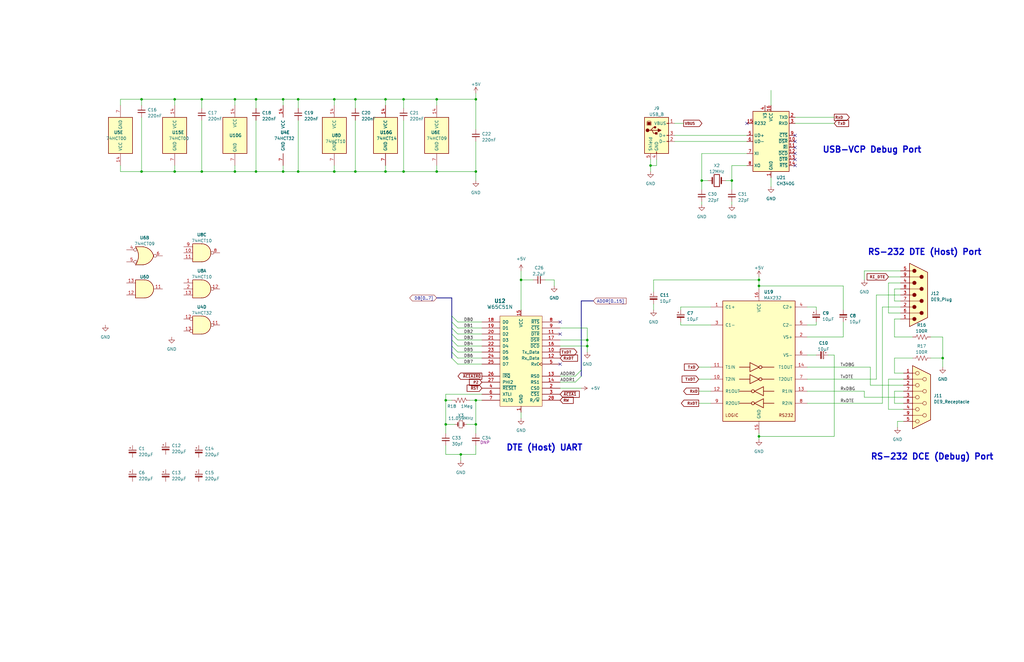
<source format=kicad_sch>
(kicad_sch (version 20230121) (generator eeschema)
  (paper "B")
  (title_block (title "XYM Microcomputer Remake") (date "2023-04-26") (rev "A") (company "JordanDSP LLC") (comment 1 "Original Design by Brian Webster, John Beckett et. Al.") (comment 2 "Schematic Reproduction by Benjamin W. D. Jordan"))
  (lib_symbols
    (symbol "65xx:W65C51N" (pin_names (offset 1.016))
      (property "Reference" "U12" (at -8.89 19.05 0))
      (property "Value" "W65C51N" (at -8.89 16.51 0))
      (symbol "W65C51N_1_1"
        (pin input line (at 0 -27.94 90) (length 2.54) (name "GND") (number "1"))
        (pin output line (at 16.51 -2.54 180) (length 7.62) (name "Tx_Data") (number "10"))
        (pin output line (at 16.51 5.08 180) (length 7.62) (name "~{DTR}") (number "11"))
        (pin input line (at 16.51 -5.08 180) (length 7.62) (name "Rx_Data") (number "12"))
        (pin input line (at 16.51 -12.7 180) (length 7.62) (name "RS0") (number "13"))
        (pin input line (at 16.51 -15.24 180) (length 7.62) (name "RS1") (number "14"))
        (pin power_in line (at 0 15.24 270) (length 2.54) (name "VCC") (number "15"))
        (pin input line (at 16.51 0 180) (length 7.62) (name "~{DCD}") (number "16"))
        (pin input line (at 16.51 2.54 180) (length 7.62) (name "~{DSR}") (number "17"))
        (pin bidirectional line (at -16.51 10.16 0) (length 7.62) (name "D0") (number "18"))
        (pin bidirectional line (at -16.51 7.62 0) (length 7.62) (name "D1") (number "19"))
        (pin input line (at 16.51 -17.78 180) (length 7.62) (name "CS0") (number "2"))
        (pin bidirectional line (at -16.51 5.08 0) (length 7.62) (name "D2") (number "20"))
        (pin bidirectional line (at -16.51 2.54 0) (length 7.62) (name "D3") (number "21"))
        (pin bidirectional line (at -16.51 0 0) (length 7.62) (name "D4") (number "22"))
        (pin bidirectional line (at -16.51 -2.54 0) (length 7.62) (name "D5") (number "23"))
        (pin bidirectional line (at -16.51 -5.08 0) (length 7.62) (name "D6") (number "24"))
        (pin bidirectional line (at -16.51 -7.62 0) (length 7.62) (name "D7") (number "25"))
        (pin output line (at -16.51 -12.7 0) (length 7.62) (name "~{IRQ}") (number "26"))
        (pin input line (at -16.51 -15.24 0) (length 7.62) (name "PHI2") (number "27"))
        (pin input line (at 16.51 -22.86 180) (length 7.62) (name "R/~{W}") (number "28"))
        (pin input line (at 16.51 -20.32 180) (length 7.62) (name "~{CS1}") (number "3"))
        (pin input line (at -16.51 -17.78 0) (length 7.62) (name "~{RESET}") (number "4"))
        (pin bidirectional clock (at 16.51 -7.62 180) (length 7.62) (name "RxC") (number "5"))
        (pin input line (at -16.51 -20.32 0) (length 7.62) (name "XTLI") (number "6"))
        (pin input line (at -16.51 -22.86 0) (length 7.62) (name "XLT0") (number "7"))
        (pin output line (at 16.51 10.16 180) (length 7.62) (name "~{RTS}") (number "8"))
        (pin input line (at 16.51 7.62 180) (length 7.62) (name "~{CTS}") (number "9"))
      )
    )
    (symbol "74xx:74AHCT04"
      (property "Reference" "U" (at 0 1.27 0))
      (property "Value" "74AHCT04" (at 0 -1.27 0))
      (symbol "74AHCT04_1_0"
        (pin input line (at -7.62 0 0) (length 3.81) (name "~") (number "1"))
        (pin output inverted (at 7.62 0 180) (length 3.81) (name "~") (number "2"))
      )
      (symbol "74AHCT04_2_0"
        (pin input line (at -7.62 0 0) (length 3.81) (name "~") (number "3"))
        (pin output inverted (at 7.62 0 180) (length 3.81) (name "~") (number "4"))
      )
      (symbol "74AHCT04_3_0"
        (pin input line (at -7.62 0 0) (length 3.81) (name "~") (number "5"))
        (pin output inverted (at 7.62 0 180) (length 3.81) (name "~") (number "6"))
      )
      (symbol "74AHCT04_4_0"
        (pin output inverted (at 7.62 0 180) (length 3.81) (name "~") (number "8"))
        (pin input line (at -7.62 0 0) (length 3.81) (name "~") (number "9"))
      )
      (symbol "74AHCT04_5_0"
        (pin output inverted (at 7.62 0 180) (length 3.81) (name "~") (number "10"))
        (pin input line (at -7.62 0 0) (length 3.81) (name "~") (number "11"))
      )
      (symbol "74AHCT04_6_0"
        (pin output inverted (at 7.62 0 180) (length 3.81) (name "~") (number "12"))
        (pin input line (at -7.62 0 0) (length 3.81) (name "~") (number "13"))
      )
      (symbol "74AHCT04_7_0"
        (pin power_in line (at 0 12.7 270) (length 5.08) (name "VCC") (number "14"))
        (pin power_in line (at 0 -12.7 90) (length 5.08) (name "GND") (number "7"))
      )
    )
    (symbol "74xx:74HCT00" (pin_names (offset 1.016))
      (property "Reference" "U" (at 0 1.27 0))
      (property "Value" "74HCT00" (at 0 -1.27 0))
      (symbol "74HCT00_1_1"
        (pin input line (at -7.62 2.54 0) (length 3.81) (name "~") (number "1"))
        (pin input line (at -7.62 -2.54 0) (length 3.81) (name "~") (number "2"))
        (pin output inverted (at 7.62 0 180) (length 3.81) (name "~") (number "3"))
      )
      (symbol "74HCT00_1_2"
        (pin input inverted (at -7.62 2.54 0) (length 4.318) (name "~") (number "1"))
        (pin input inverted (at -7.62 -2.54 0) (length 4.318) (name "~") (number "2"))
        (pin output line (at 7.62 0 180) (length 3.81) (name "~") (number "3"))
      )
      (symbol "74HCT00_2_1"
        (pin input line (at -7.62 2.54 0) (length 3.81) (name "~") (number "4"))
        (pin input line (at -7.62 -2.54 0) (length 3.81) (name "~") (number "5"))
        (pin output inverted (at 7.62 0 180) (length 3.81) (name "~") (number "6"))
      )
      (symbol "74HCT00_2_2"
        (pin input inverted (at -7.62 2.54 0) (length 4.318) (name "~") (number "4"))
        (pin input inverted (at -7.62 -2.54 0) (length 4.318) (name "~") (number "5"))
        (pin output line (at 7.62 0 180) (length 3.81) (name "~") (number "6"))
      )
      (symbol "74HCT00_3_1"
        (pin input line (at -7.62 -2.54 0) (length 3.81) (name "~") (number "10"))
        (pin output inverted (at 7.62 0 180) (length 3.81) (name "~") (number "8"))
        (pin input line (at -7.62 2.54 0) (length 3.81) (name "~") (number "9"))
      )
      (symbol "74HCT00_3_2"
        (pin input inverted (at -7.62 -2.54 0) (length 4.318) (name "~") (number "10"))
        (pin output line (at 7.62 0 180) (length 3.81) (name "~") (number "8"))
        (pin input inverted (at -7.62 2.54 0) (length 4.318) (name "~") (number "9"))
      )
      (symbol "74HCT00_4_1"
        (pin output inverted (at 7.62 0 180) (length 3.81) (name "~") (number "11"))
        (pin input line (at -7.62 2.54 0) (length 3.81) (name "~") (number "12"))
        (pin input line (at -7.62 -2.54 0) (length 3.81) (name "~") (number "13"))
      )
      (symbol "74HCT00_4_2"
        (pin output line (at 7.62 0 180) (length 3.81) (name "~") (number "11"))
        (pin input inverted (at -7.62 2.54 0) (length 4.318) (name "~") (number "12"))
        (pin input inverted (at -7.62 -2.54 0) (length 4.318) (name "~") (number "13"))
      )
      (symbol "74HCT00_5_0"
        (pin power_in line (at 0 12.7 270) (length 5.08) (name "VCC") (number "14"))
        (pin power_in line (at 0 -12.7 90) (length 5.08) (name "GND") (number "7"))
      )
    )
    (symbol "74xx:74LS09" (pin_names (offset 1.016))
      (property "Reference" "U" (at 0 1.27 0))
      (property "Value" "74LS09" (at 0 -1.27 0))
      (symbol "74LS09_1_1"
        (pin input line (at -7.62 2.54 0) (length 3.81) (name "~") (number "1"))
        (pin input line (at -7.62 -2.54 0) (length 3.81) (name "~") (number "2"))
        (pin open_collector line (at 7.62 0 180) (length 3.81) (name "~") (number "3"))
      )
      (symbol "74LS09_1_2"
        (pin input inverted (at -7.62 2.54 0) (length 4.318) (name "~") (number "1"))
        (pin input inverted (at -7.62 -2.54 0) (length 4.318) (name "~") (number "2"))
        (pin output inverted (at 7.62 0 180) (length 3.81) (name "~") (number "3"))
      )
      (symbol "74LS09_2_1"
        (pin input line (at -7.62 2.54 0) (length 3.81) (name "~") (number "4"))
        (pin input line (at -7.62 -2.54 0) (length 3.81) (name "~") (number "5"))
        (pin open_collector line (at 7.62 0 180) (length 3.81) (name "~") (number "6"))
      )
      (symbol "74LS09_2_2"
        (pin input inverted (at -7.62 2.54 0) (length 4.318) (name "~") (number "4"))
        (pin input inverted (at -7.62 -2.54 0) (length 4.318) (name "~") (number "5"))
        (pin output inverted (at 7.62 0 180) (length 3.81) (name "~") (number "6"))
      )
      (symbol "74LS09_3_1"
        (pin input line (at -7.62 -2.54 0) (length 3.81) (name "~") (number "10"))
        (pin open_collector line (at 7.62 0 180) (length 3.81) (name "~") (number "8"))
        (pin input line (at -7.62 2.54 0) (length 3.81) (name "~") (number "9"))
      )
      (symbol "74LS09_3_2"
        (pin input inverted (at -7.62 -2.54 0) (length 4.318) (name "~") (number "10"))
        (pin output inverted (at 7.62 0 180) (length 3.81) (name "~") (number "8"))
        (pin input inverted (at -7.62 2.54 0) (length 4.318) (name "~") (number "9"))
      )
      (symbol "74LS09_4_1"
        (pin open_collector line (at 7.62 0 180) (length 3.81) (name "~") (number "11"))
        (pin input line (at -7.62 2.54 0) (length 3.81) (name "~") (number "12"))
        (pin input line (at -7.62 -2.54 0) (length 3.81) (name "~") (number "13"))
      )
      (symbol "74LS09_4_2"
        (pin output inverted (at 7.62 0 180) (length 3.81) (name "~") (number "11"))
        (pin input inverted (at -7.62 2.54 0) (length 4.318) (name "~") (number "12"))
        (pin input inverted (at -7.62 -2.54 0) (length 4.318) (name "~") (number "13"))
      )
      (symbol "74LS09_5_0"
        (pin power_in line (at 0 12.7 270) (length 5.08) (name "VCC") (number "14"))
        (pin power_in line (at 0 -12.7 90) (length 5.08) (name "GND") (number "7"))
      )
    )
    (symbol "74xx:74LS10" (pin_names (offset 1.016))
      (property "Reference" "U" (at 0 1.27 0))
      (property "Value" "74LS10" (at 0 -1.27 0))
      (symbol "74LS10_1_1"
        (pin input line (at -7.62 2.54 0) (length 3.81) (name "~") (number "1"))
        (pin output inverted (at 7.62 0 180) (length 3.81) (name "~") (number "12"))
        (pin input line (at -7.62 -2.54 0) (length 3.81) (name "~") (number "13"))
        (pin input line (at -7.62 0 0) (length 3.81) (name "~") (number "2"))
      )
      (symbol "74LS10_1_2"
        (pin input inverted (at -7.62 2.54 0) (length 4.318) (name "~") (number "1"))
        (pin output line (at 7.62 0 180) (length 3.81) (name "~") (number "12"))
        (pin input inverted (at -7.62 -2.54 0) (length 4.318) (name "~") (number "13"))
        (pin input inverted (at -7.62 0 0) (length 4.953) (name "~") (number "2"))
      )
      (symbol "74LS10_2_1"
        (pin input line (at -7.62 2.54 0) (length 3.81) (name "~") (number "3"))
        (pin input line (at -7.62 0 0) (length 3.81) (name "~") (number "4"))
        (pin input line (at -7.62 -2.54 0) (length 3.81) (name "~") (number "5"))
        (pin output inverted (at 7.62 0 180) (length 3.81) (name "~") (number "6"))
      )
      (symbol "74LS10_2_2"
        (pin input inverted (at -7.62 2.54 0) (length 4.318) (name "~") (number "3"))
        (pin input inverted (at -7.62 0 0) (length 4.953) (name "~") (number "4"))
        (pin input inverted (at -7.62 -2.54 0) (length 4.318) (name "~") (number "5"))
        (pin output line (at 7.62 0 180) (length 3.81) (name "~") (number "6"))
      )
      (symbol "74LS10_3_1"
        (pin input line (at -7.62 0 0) (length 3.81) (name "~") (number "10"))
        (pin input line (at -7.62 -2.54 0) (length 3.81) (name "~") (number "11"))
        (pin output inverted (at 7.62 0 180) (length 3.81) (name "~") (number "8"))
        (pin input line (at -7.62 2.54 0) (length 3.81) (name "~") (number "9"))
      )
      (symbol "74LS10_3_2"
        (pin input inverted (at -7.62 0 0) (length 4.953) (name "~") (number "10"))
        (pin input inverted (at -7.62 -2.54 0) (length 4.318) (name "~") (number "11"))
        (pin output line (at 7.62 0 180) (length 3.81) (name "~") (number "8"))
        (pin input inverted (at -7.62 2.54 0) (length 4.318) (name "~") (number "9"))
      )
      (symbol "74LS10_4_0"
        (pin power_in line (at 0 12.7 270) (length 5.08) (name "VCC") (number "14"))
        (pin power_in line (at 0 -12.7 90) (length 5.08) (name "GND") (number "7"))
      )
    )
    (symbol "74xx:74LS14" (pin_names (offset 1.016))
      (property "Reference" "U" (at 0 1.27 0))
      (property "Value" "74LS14" (at 0 -1.27 0))
      (symbol "74LS14_1_0"
        (pin input line (at -7.62 0 0) (length 3.81) (name "~") (number "1"))
        (pin output inverted (at 7.62 0 180) (length 3.81) (name "~") (number "2"))
      )
      (symbol "74LS14_2_0"
        (pin input line (at -7.62 0 0) (length 3.81) (name "~") (number "3"))
        (pin output inverted (at 7.62 0 180) (length 3.81) (name "~") (number "4"))
      )
      (symbol "74LS14_3_0"
        (pin input line (at -7.62 0 0) (length 3.81) (name "~") (number "5"))
        (pin output inverted (at 7.62 0 180) (length 3.81) (name "~") (number "6"))
      )
      (symbol "74LS14_4_0"
        (pin output inverted (at 7.62 0 180) (length 3.81) (name "~") (number "8"))
        (pin input line (at -7.62 0 0) (length 3.81) (name "~") (number "9"))
      )
      (symbol "74LS14_5_0"
        (pin output inverted (at 7.62 0 180) (length 3.81) (name "~") (number "10"))
        (pin input line (at -7.62 0 0) (length 3.81) (name "~") (number "11"))
      )
      (symbol "74LS14_6_0"
        (pin output inverted (at 7.62 0 180) (length 3.81) (name "~") (number "12"))
        (pin input line (at -7.62 0 0) (length 3.81) (name "~") (number "13"))
      )
      (symbol "74LS14_7_0"
        (pin power_in line (at 0 12.7 270) (length 5.08) (name "VCC") (number "14"))
        (pin power_in line (at 0 -12.7 90) (length 5.08) (name "GND") (number "7"))
      )
    )
    (symbol "74xx:74LS32" (pin_names (offset 1.016))
      (property "Reference" "U" (at 0 1.27 0))
      (property "Value" "74LS32" (at 0 -1.27 0))
      (symbol "74LS32_1_1"
        (pin input line (at -7.62 2.54 0) (length 4.318) (name "~") (number "1"))
        (pin input line (at -7.62 -2.54 0) (length 4.318) (name "~") (number "2"))
        (pin output line (at 7.62 0 180) (length 3.81) (name "~") (number "3"))
      )
      (symbol "74LS32_1_2"
        (pin input inverted (at -7.62 2.54 0) (length 3.81) (name "~") (number "1"))
        (pin input inverted (at -7.62 -2.54 0) (length 3.81) (name "~") (number "2"))
        (pin output inverted (at 7.62 0 180) (length 3.81) (name "~") (number "3"))
      )
      (symbol "74LS32_2_1"
        (pin input line (at -7.62 2.54 0) (length 4.318) (name "~") (number "4"))
        (pin input line (at -7.62 -2.54 0) (length 4.318) (name "~") (number "5"))
        (pin output line (at 7.62 0 180) (length 3.81) (name "~") (number "6"))
      )
      (symbol "74LS32_2_2"
        (pin input inverted (at -7.62 2.54 0) (length 3.81) (name "~") (number "4"))
        (pin input inverted (at -7.62 -2.54 0) (length 3.81) (name "~") (number "5"))
        (pin output inverted (at 7.62 0 180) (length 3.81) (name "~") (number "6"))
      )
      (symbol "74LS32_3_1"
        (pin input line (at -7.62 -2.54 0) (length 4.318) (name "~") (number "10"))
        (pin output line (at 7.62 0 180) (length 3.81) (name "~") (number "8"))
        (pin input line (at -7.62 2.54 0) (length 4.318) (name "~") (number "9"))
      )
      (symbol "74LS32_3_2"
        (pin input inverted (at -7.62 -2.54 0) (length 3.81) (name "~") (number "10"))
        (pin output inverted (at 7.62 0 180) (length 3.81) (name "~") (number "8"))
        (pin input inverted (at -7.62 2.54 0) (length 3.81) (name "~") (number "9"))
      )
      (symbol "74LS32_4_1"
        (pin output line (at 7.62 0 180) (length 3.81) (name "~") (number "11"))
        (pin input line (at -7.62 2.54 0) (length 4.318) (name "~") (number "12"))
        (pin input line (at -7.62 -2.54 0) (length 4.318) (name "~") (number "13"))
      )
      (symbol "74LS32_4_2"
        (pin output inverted (at 7.62 0 180) (length 3.81) (name "~") (number "11"))
        (pin input inverted (at -7.62 2.54 0) (length 3.81) (name "~") (number "12"))
        (pin input inverted (at -7.62 -2.54 0) (length 3.81) (name "~") (number "13"))
      )
      (symbol "74LS32_5_0"
        (pin power_in line (at 0 12.7 270) (length 5.08) (name "VCC") (number "14"))
        (pin power_in line (at 0 -12.7 90) (length 5.08) (name "GND") (number "7"))
      )
    )
    (symbol "Connector:DE9_Plug" (pin_names (offset 1.016) hide)
      (property "Reference" "J" (at 0 13.97 0))
      (property "Value" "DE9_Plug" (at 0 -14.605 0))
      (symbol "DE9_Plug_1_1"
        (pin passive line (at -7.62 -10.16 0) (length 3.81) (name "1") (number "1"))
        (pin passive line (at -7.62 -5.08 0) (length 3.81) (name "2") (number "2"))
        (pin passive line (at -7.62 0 0) (length 3.81) (name "3") (number "3"))
        (pin passive line (at -7.62 5.08 0) (length 3.81) (name "4") (number "4"))
        (pin passive line (at -7.62 10.16 0) (length 3.81) (name "5") (number "5"))
        (pin passive line (at -7.62 -7.62 0) (length 3.81) (name "6") (number "6"))
        (pin passive line (at -7.62 -2.54 0) (length 3.81) (name "7") (number "7"))
        (pin passive line (at -7.62 2.54 0) (length 3.81) (name "8") (number "8"))
        (pin passive line (at -7.62 7.62 0) (length 3.81) (name "9") (number "9"))
      )
    )
    (symbol "Connector:DE9_Receptacle" (pin_names (offset 1.016) hide)
      (property "Reference" "J" (at 0 13.97 0))
      (property "Value" "DE9_Receptacle" (at 0 -14.605 0))
      (symbol "DE9_Receptacle_1_1"
        (pin passive line (at -7.62 10.16 0) (length 3.81) (name "1") (number "1"))
        (pin passive line (at -7.62 5.08 0) (length 3.81) (name "2") (number "2"))
        (pin passive line (at -7.62 0 0) (length 3.81) (name "3") (number "3"))
        (pin passive line (at -7.62 -5.08 0) (length 3.81) (name "4") (number "4"))
        (pin passive line (at -7.62 -10.16 0) (length 3.81) (name "5") (number "5"))
        (pin passive line (at -7.62 7.62 0) (length 3.81) (name "6") (number "6"))
        (pin passive line (at -7.62 2.54 0) (length 3.81) (name "7") (number "7"))
        (pin passive line (at -7.62 -2.54 0) (length 3.81) (name "8") (number "8"))
        (pin passive line (at -7.62 -7.62 0) (length 3.81) (name "9") (number "9"))
      )
    )
    (symbol "Connector:USB_B" (pin_names (offset 1.016))
      (property "Reference" "J" (at -5.08 11.43 0))
      (property "Value" "USB_B" (at -5.08 8.89 0))
      (symbol "USB_B_1_1"
        (pin power_out line (at 7.62 5.08 180) (length 2.54) (name "VBUS") (number "1"))
        (pin bidirectional line (at 7.62 -2.54 180) (length 2.54) (name "D-") (number "2"))
        (pin bidirectional line (at 7.62 0 180) (length 2.54) (name "D+") (number "3"))
        (pin power_out line (at 0 -10.16 90) (length 2.54) (name "GND") (number "4"))
        (pin passive line (at -2.54 -10.16 90) (length 2.54) (name "Shield") (number "5"))
      )
    )
    (symbol "Device:C_Polarized_Small" (pin_numbers hide) (pin_names (offset 0.254) hide)
      (property "Reference" "C" (at 0.254 1.778 0))
      (property "Value" "C_Polarized_Small" (at 0.254 -2.032 0))
      (symbol "C_Polarized_Small_1_1"
        (pin passive line (at 0 2.54 270) (length 1.8542) (name "~") (number "1"))
        (pin passive line (at 0 -2.54 90) (length 1.8542) (name "~") (number "2"))
      )
    )
    (symbol "Device:C_Small" (pin_numbers hide) (pin_names (offset 0.254) hide)
      (property "Reference" "C" (at 0.254 1.778 0))
      (property "Value" "C_Small" (at 0.254 -2.032 0))
      (symbol "C_Small_1_1"
        (pin passive line (at 0 2.54 270) (length 2.032) (name "~") (number "1"))
        (pin passive line (at 0 -2.54 90) (length 2.032) (name "~") (number "2"))
      )
    )
    (symbol "Device:Crystal" (pin_numbers hide) (pin_names (offset 1.016) hide)
      (property "Reference" "Y" (at 0 3.81 0))
      (property "Value" "Crystal" (at 0 -3.81 0))
      (symbol "Crystal_1_1"
        (pin passive line (at -3.81 0 0) (length 1.27) (name "1") (number "1"))
        (pin passive line (at 3.81 0 180) (length 1.27) (name "2") (number "2"))
      )
    )
    (symbol "Device:Crystal_Small" (pin_numbers hide) (pin_names (offset 1.016) hide)
      (property "Reference" "Y" (at 0 2.54 0))
      (property "Value" "Crystal_Small" (at 0 -2.54 0))
      (symbol "Crystal_Small_1_1"
        (pin passive line (at -2.54 0 0) (length 1.27) (name "1") (number "1"))
        (pin passive line (at 2.54 0 180) (length 1.27) (name "2") (number "2"))
      )
    )
    (symbol "Device:R_US" (pin_numbers hide) (pin_names (offset 0))
      (property "Reference" "R" (at 2.54 0 90))
      (property "Value" "R_US" (at -2.54 0 90))
      (symbol "R_US_1_1"
        (pin passive line (at 0 3.81 270) (length 1.27) (name "~") (number "1"))
        (pin passive line (at 0 -3.81 90) (length 1.27) (name "~") (number "2"))
      )
    )
    (symbol "GND_1" (power) (pin_names (offset 0))
      (property "Value" "GND_1" (at 0 -3.81 0))
      (symbol "GND_1_1_1"
        (pin power_in line (at 0 0 270) (length 0) hide (name "GND") (number "1"))
      )
    )
    (symbol "Interface_UART:MAX232" (pin_names (offset 1.016))
      (property "Reference" "U" (at -2.54 28.575 0))
      (property "Value" "MAX232" (at -2.54 26.67 0))
      (symbol "MAX232_0_0"
        (text "LOGIC" (at -11.43 -22.86 0) (effects (font (size 1.27 1.27))))
        (text "RS232" (at 11.43 -22.86 0) (effects (font (size 1.27 1.27))))
      )
      (symbol "MAX232_1_1"
        (pin passive line (at -20.32 22.86 0) (length 5.08) (name "C1+") (number "1"))
        (pin input line (at -20.32 -7.62 0) (length 5.08) (name "T2IN") (number "10"))
        (pin input line (at -20.32 -2.54 0) (length 5.08) (name "T1IN") (number "11"))
        (pin output line (at -20.32 -12.7 0) (length 5.08) (name "R1OUT") (number "12"))
        (pin input line (at 20.32 -12.7 180) (length 5.08) (name "R1IN") (number "13"))
        (pin output line (at 20.32 -2.54 180) (length 5.08) (name "T1OUT") (number "14"))
        (pin power_in line (at 0 -30.48 90) (length 5.08) (name "GND") (number "15"))
        (pin power_in line (at 0 30.48 270) (length 5.08) (name "VCC") (number "16"))
        (pin power_out line (at 20.32 10.16 180) (length 5.08) (name "VS+") (number "2"))
        (pin passive line (at -20.32 15.24 0) (length 5.08) (name "C1-") (number "3"))
        (pin passive line (at 20.32 22.86 180) (length 5.08) (name "C2+") (number "4"))
        (pin passive line (at 20.32 15.24 180) (length 5.08) (name "C2-") (number "5"))
        (pin power_out line (at 20.32 2.54 180) (length 5.08) (name "VS-") (number "6"))
        (pin output line (at 20.32 -7.62 180) (length 5.08) (name "T2OUT") (number "7"))
        (pin input line (at 20.32 -17.78 180) (length 5.08) (name "R2IN") (number "8"))
        (pin output line (at -20.32 -17.78 0) (length 5.08) (name "R2OUT") (number "9"))
      )
    )
    (symbol "Interface_USB:CH340G"
      (property "Reference" "U" (at -5.08 13.97 0))
      (property "Value" "CH340G" (at 1.27 13.97 0))
      (symbol "CH340G_1_1"
        (pin power_in line (at 0 -15.24 90) (length 2.54) (name "GND") (number "1"))
        (pin input line (at 10.16 0 180) (length 2.54) (name "~{DSR}") (number "10"))
        (pin input line (at 10.16 -2.54 180) (length 2.54) (name "~{RI}") (number "11"))
        (pin input line (at 10.16 -5.08 180) (length 2.54) (name "~{DCD}") (number "12"))
        (pin output line (at 10.16 -7.62 180) (length 2.54) (name "~{DTR}") (number "13"))
        (pin output line (at 10.16 -10.16 180) (length 2.54) (name "~{RTS}") (number "14"))
        (pin input line (at -10.16 7.62 0) (length 2.54) (name "R232") (number "15"))
        (pin power_in line (at 0 15.24 270) (length 2.54) (name "VCC") (number "16"))
        (pin output line (at 10.16 10.16 180) (length 2.54) (name "TXD") (number "2"))
        (pin input line (at 10.16 7.62 180) (length 2.54) (name "RXD") (number "3"))
        (pin passive line (at -2.54 15.24 270) (length 2.54) (name "V3") (number "4"))
        (pin bidirectional line (at -10.16 2.54 0) (length 2.54) (name "UD+") (number "5"))
        (pin bidirectional line (at -10.16 0 0) (length 2.54) (name "UD-") (number "6"))
        (pin input line (at -10.16 -5.08 0) (length 2.54) (name "XI") (number "7"))
        (pin output line (at -10.16 -10.16 0) (length 2.54) (name "XO") (number "8"))
        (pin input line (at 10.16 2.54 180) (length 2.54) (name "~{CTS}") (number "9"))
      )
    )
    (symbol "power:+5V" (power) (pin_names (offset 0))
      (property "Value" "+5V" (at 0 3.556 0))
      (symbol "+5V_1_1"
        (pin power_in line (at 0 0 90) (length 0) hide (name "+5V") (number "1"))
      )
    )
    (symbol "power:GND" (power) (pin_names (offset 0))
      (property "Value" "GND" (at 0 -3.81 0))
      (symbol "GND_1_1"
        (pin power_in line (at 0 0 270) (length 0) hide (name "GND") (number "1"))
      )
    )
  )
  (junction (at 187.96 179.07))
  (junction (at 247.65 143.51))
  (junction (at 119.38 41.91))
  (junction (at 295.91 76.2))
  (junction (at 170.18 72.39))
  (junction (at 308.61 76.2))
  (junction (at 170.18 41.91))
  (junction (at 85.09 41.91))
  (junction (at 320.04 118.11))
  (junction (at 59.69 41.91))
  (junction (at 125.73 72.39))
  (junction (at 162.56 41.91))
  (junction (at 274.32 69.85))
  (junction (at 200.66 168.91))
  (junction (at 73.66 41.91))
  (junction (at 125.73 41.91))
  (junction (at 140.97 41.91))
  (junction (at 162.56 72.39))
  (junction (at 247.65 146.05))
  (junction (at 320.04 120.65))
  (junction (at 184.15 41.91))
  (junction (at 107.95 41.91))
  (junction (at 200.66 41.91))
  (junction (at 200.66 179.07))
  (junction (at 149.86 41.91))
  (junction (at 73.66 72.39))
  (junction (at 119.38 72.39))
  (junction (at 140.97 72.39))
  (junction (at 59.69 72.39))
  (junction (at 149.86 72.39))
  (junction (at 200.66 72.39))
  (junction (at 99.06 41.91))
  (junction (at 99.06 72.39))
  (junction (at 219.71 118.11))
  (junction (at 397.51 151.13))
  (junction (at 194.31 191.77))
  (junction (at 187.96 168.91))
  (junction (at 85.09 72.39))
  (junction (at 320.04 184.15))
  (junction (at 107.95 72.39))
  (junction (at 184.15 72.39))
  (no_connect (at 236.22 135.89))
  (no_connect (at 335.28 59.69))
  (no_connect (at 335.28 62.23))
  (no_connect (at 314.96 52.07))
  (no_connect (at 236.22 153.67))
  (no_connect (at 335.28 67.31))
  (no_connect (at 335.28 64.77))
  (no_connect (at 236.22 140.97))
  (no_connect (at 335.28 69.85))
  (no_connect (at 335.28 57.15))
  (bus_entry (at 190.5 133.35) (size 2.54 2.54))
  (bus_entry (at 190.5 138.43) (size 2.54 2.54))
  (bus_entry (at 190.5 146.05) (size 2.54 2.54))
  (bus_entry (at 190.5 151.13) (size 2.54 2.54))
  (bus_entry (at 190.5 143.51) (size 2.54 2.54))
  (bus_entry (at 245.11 158.75) (size -2.54 2.54))
  (bus_entry (at 245.11 156.21) (size -2.54 2.54))
  (bus_entry (at 190.5 148.59) (size 2.54 2.54))
  (bus_entry (at 190.5 135.89) (size 2.54 2.54))
  (bus_entry (at 190.5 140.97) (size 2.54 2.54))
  (wire (pts (xy 284.48 57.15) (xy 314.96 57.15)))
  (wire (pts (xy 308.61 69.85) (xy 308.61 76.2)))
  (bus (pts (xy 190.5 151.13) (xy 190.5 148.59)))
  (wire (pts (xy 236.22 158.75) (xy 242.57 158.75)))
  (wire (pts (xy 377.19 151.13) (xy 384.81 151.13)))
  (wire (pts (xy 184.15 44.45) (xy 184.15 41.91)))
  (wire (pts (xy 219.71 176.53) (xy 219.71 173.99)))
  (wire (pts (xy 397.51 154.94) (xy 397.51 151.13)))
  (wire (pts (xy 184.15 69.85) (xy 184.15 72.39)))
  (wire (pts (xy 374.65 132.08) (xy 379.73 132.08)))
  (wire (pts (xy 275.59 128.27) (xy 275.59 130.81)))
  (wire (pts (xy 381 165.1) (xy 377.19 165.1)))
  (wire (pts (xy 187.96 191.77) (xy 194.31 191.77)))
  (wire (pts (xy 320.04 185.42) (xy 320.04 184.15)))
  (wire (pts (xy 59.69 72.39) (xy 73.66 72.39)))
  (bus (pts (xy 190.5 148.59) (xy 190.5 146.05)))
  (wire (pts (xy 184.15 72.39) (xy 200.66 72.39)))
  (wire (pts (xy 295.91 76.2) (xy 298.45 76.2)))
  (bus (pts (xy 245.11 156.21) (xy 245.11 127)))
  (wire (pts (xy 355.6 135.89) (xy 355.6 142.24)))
  (wire (pts (xy 193.04 135.89) (xy 203.2 135.89)))
  (wire (pts (xy 381 177.8) (xy 378.46 177.8)))
  (wire (pts (xy 200.66 168.91) (xy 203.2 168.91)))
  (wire (pts (xy 236.22 146.05) (xy 247.65 146.05)))
  (wire (pts (xy 381 172.72) (xy 374.65 172.72)))
  (wire (pts (xy 308.61 86.36) (xy 308.61 85.09)))
  (wire (pts (xy 233.68 120.65) (xy 233.68 118.11)))
  (wire (pts (xy 247.65 143.51) (xy 247.65 146.05)))
  (wire (pts (xy 367.03 162.56) (xy 367.03 154.94)))
  (wire (pts (xy 99.06 44.45) (xy 99.06 41.91)))
  (wire (pts (xy 274.32 69.85) (xy 274.32 67.31)))
  (wire (pts (xy 340.36 149.86) (xy 344.17 149.86)))
  (bus (pts (xy 190.5 138.43) (xy 190.5 135.89)))
  (wire (pts (xy 85.09 41.91) (xy 85.09 45.72)))
  (wire (pts (xy 379.73 121.92) (xy 377.19 121.92)))
  (wire (pts (xy 372.11 129.54) (xy 379.73 129.54)))
  (wire (pts (xy 374.65 119.38) (xy 374.65 132.08)))
  (wire (pts (xy 377.19 127) (xy 379.73 127)))
  (wire (pts (xy 320.04 116.84) (xy 320.04 118.11)))
  (wire (pts (xy 149.86 41.91) (xy 162.56 41.91)))
  (wire (pts (xy 340.36 170.18) (xy 372.11 170.18)))
  (wire (pts (xy 203.2 166.37) (xy 187.96 166.37)))
  (wire (pts (xy 364.49 114.3) (xy 364.49 118.11)))
  (wire (pts (xy 73.66 41.91) (xy 85.09 41.91)))
  (wire (pts (xy 306.07 76.2) (xy 308.61 76.2)))
  (wire (pts (xy 287.02 130.81) (xy 287.02 129.54)))
  (wire (pts (xy 170.18 41.91) (xy 170.18 45.72)))
  (wire (pts (xy 50.8 69.85) (xy 50.8 72.39)))
  (wire (pts (xy 107.95 41.91) (xy 107.95 45.72)))
  (wire (pts (xy 340.36 165.1) (xy 364.49 165.1)))
  (wire (pts (xy 344.17 129.54) (xy 340.36 129.54)))
  (wire (pts (xy 355.6 120.65) (xy 320.04 120.65)))
  (wire (pts (xy 119.38 72.39) (xy 125.73 72.39)))
  (wire (pts (xy 284.48 59.69) (xy 314.96 59.69)))
  (wire (pts (xy 119.38 69.85) (xy 119.38 72.39)))
  (wire (pts (xy 247.65 148.59) (xy 247.65 146.05)))
  (wire (pts (xy 247.65 138.43) (xy 247.65 143.51)))
  (wire (pts (xy 294.64 170.18) (xy 299.72 170.18)))
  (wire (pts (xy 295.91 80.01) (xy 295.91 76.2)))
  (wire (pts (xy 351.79 184.15) (xy 320.04 184.15)))
  (wire (pts (xy 374.65 160.02) (xy 381 160.02)))
  (wire (pts (xy 162.56 41.91) (xy 170.18 41.91)))
  (bus (pts (xy 190.5 133.35) (xy 190.5 125.73)))
  (wire (pts (xy 377.19 121.92) (xy 377.19 127)))
  (bus (pts (xy 190.5 140.97) (xy 190.5 138.43)))
  (wire (pts (xy 119.38 44.45) (xy 119.38 41.91)))
  (wire (pts (xy 140.97 72.39) (xy 149.86 72.39)))
  (wire (pts (xy 162.56 69.85) (xy 162.56 72.39)))
  (wire (pts (xy 187.96 179.07) (xy 191.77 179.07)))
  (wire (pts (xy 325.12 78.74) (xy 325.12 74.93)))
  (wire (pts (xy 287.02 137.16) (xy 299.72 137.16)))
  (wire (pts (xy 355.6 130.81) (xy 355.6 120.65)))
  (wire (pts (xy 349.25 149.86) (xy 351.79 149.86)))
  (wire (pts (xy 364.49 167.64) (xy 364.49 165.1)))
  (wire (pts (xy 170.18 50.8) (xy 170.18 72.39)))
  (wire (pts (xy 119.38 41.91) (xy 125.73 41.91)))
  (wire (pts (xy 308.61 76.2) (xy 308.61 80.01)))
  (wire (pts (xy 194.31 191.77) (xy 200.66 191.77)))
  (wire (pts (xy 325.12 38.1) (xy 325.12 44.45)))
  (wire (pts (xy 85.09 41.91) (xy 99.06 41.91)))
  (wire (pts (xy 187.96 182.88) (xy 187.96 179.07)))
  (bus (pts (xy 245.11 158.75) (xy 245.11 156.21)))
  (wire (pts (xy 320.04 184.15) (xy 320.04 182.88)))
  (wire (pts (xy 236.22 138.43) (xy 247.65 138.43)))
  (wire (pts (xy 193.04 140.97) (xy 203.2 140.97)))
  (wire (pts (xy 200.66 72.39) (xy 200.66 59.69)))
  (wire (pts (xy 379.73 134.62) (xy 377.19 134.62)))
  (wire (pts (xy 340.36 154.94) (xy 367.03 154.94)))
  (wire (pts (xy 314.96 64.77) (xy 295.91 64.77)))
  (wire (pts (xy 50.8 41.91) (xy 59.69 41.91)))
  (wire (pts (xy 236.22 161.29) (xy 242.57 161.29)))
  (bus (pts (xy 245.11 127) (xy 250.19 127)))
  (wire (pts (xy 193.04 151.13) (xy 203.2 151.13)))
  (wire (pts (xy 187.96 166.37) (xy 187.96 168.91)))
  (wire (pts (xy 125.73 50.8) (xy 125.73 72.39)))
  (wire (pts (xy 377.19 157.48) (xy 377.19 151.13)))
  (wire (pts (xy 294.64 154.94) (xy 299.72 154.94)))
  (wire (pts (xy 374.65 116.84) (xy 379.73 116.84)))
  (wire (pts (xy 340.36 160.02) (xy 369.57 160.02)))
  (wire (pts (xy 99.06 41.91) (xy 107.95 41.91)))
  (wire (pts (xy 73.66 44.45) (xy 73.66 41.91)))
  (wire (pts (xy 344.17 130.81) (xy 344.17 129.54)))
  (wire (pts (xy 294.64 165.1) (xy 299.72 165.1)))
  (wire (pts (xy 184.15 41.91) (xy 200.66 41.91)))
  (wire (pts (xy 219.71 118.11) (xy 219.71 130.81)))
  (wire (pts (xy 369.57 160.02) (xy 369.57 124.46)))
  (wire (pts (xy 162.56 72.39) (xy 170.18 72.39)))
  (wire (pts (xy 340.36 137.16) (xy 344.17 137.16)))
  (wire (pts (xy 397.51 151.13) (xy 397.51 142.24)))
  (wire (pts (xy 236.22 143.51) (xy 247.65 143.51)))
  (wire (pts (xy 377.19 142.24) (xy 384.81 142.24)))
  (wire (pts (xy 276.86 67.31) (xy 276.86 69.85)))
  (wire (pts (xy 99.06 72.39) (xy 107.95 72.39)))
  (wire (pts (xy 200.66 41.91) (xy 200.66 54.61)))
  (wire (pts (xy 275.59 123.19) (xy 275.59 118.11)))
  (wire (pts (xy 320.04 120.65) (xy 320.04 121.92)))
  (wire (pts (xy 187.96 168.91) (xy 187.96 179.07)))
  (wire (pts (xy 374.65 172.72) (xy 374.65 160.02)))
  (wire (pts (xy 320.04 118.11) (xy 320.04 120.65)))
  (wire (pts (xy 200.66 179.07) (xy 200.66 168.91)))
  (wire (pts (xy 287.02 129.54) (xy 299.72 129.54)))
  (bus (pts (xy 190.5 146.05) (xy 190.5 143.51)))
  (wire (pts (xy 162.56 44.45) (xy 162.56 41.91)))
  (wire (pts (xy 381 157.48) (xy 377.19 157.48)))
  (wire (pts (xy 59.69 41.91) (xy 73.66 41.91)))
  (wire (pts (xy 107.95 41.91) (xy 119.38 41.91)))
  (wire (pts (xy 200.66 76.2) (xy 200.66 72.39)))
  (wire (pts (xy 381 162.56) (xy 367.03 162.56)))
  (wire (pts (xy 377.19 165.1) (xy 377.19 170.18)))
  (wire (pts (xy 59.69 41.91) (xy 59.69 44.45)))
  (wire (pts (xy 369.57 124.46) (xy 379.73 124.46)))
  (wire (pts (xy 194.31 194.31) (xy 194.31 191.77)))
  (wire (pts (xy 295.91 64.77) (xy 295.91 76.2)))
  (wire (pts (xy 196.85 179.07) (xy 200.66 179.07)))
  (wire (pts (xy 355.6 142.24) (xy 340.36 142.24)))
  (wire (pts (xy 276.86 69.85) (xy 274.32 69.85)))
  (wire (pts (xy 107.95 50.8) (xy 107.95 72.39)))
  (wire (pts (xy 344.17 137.16) (xy 344.17 135.89)))
  (wire (pts (xy 284.48 52.07) (xy 288.29 52.07)))
  (wire (pts (xy 335.28 52.07) (xy 351.79 52.07)))
  (wire (pts (xy 140.97 69.85) (xy 140.97 72.39)))
  (wire (pts (xy 351.79 149.86) (xy 351.79 184.15)))
  (wire (pts (xy 107.95 72.39) (xy 119.38 72.39)))
  (wire (pts (xy 392.43 151.13) (xy 397.51 151.13)))
  (wire (pts (xy 274.32 69.85) (xy 274.32 72.39)))
  (wire (pts (xy 149.86 50.8) (xy 149.86 72.39)))
  (wire (pts (xy 379.73 114.3) (xy 364.49 114.3)))
  (wire (pts (xy 125.73 41.91) (xy 125.73 45.72)))
  (wire (pts (xy 233.68 118.11) (xy 229.87 118.11)))
  (wire (pts (xy 200.66 179.07) (xy 200.66 182.88)))
  (wire (pts (xy 287.02 135.89) (xy 287.02 137.16)))
  (wire (pts (xy 381 167.64) (xy 364.49 167.64)))
  (wire (pts (xy 170.18 72.39) (xy 184.15 72.39)))
  (wire (pts (xy 140.97 44.45) (xy 140.97 41.91)))
  (wire (pts (xy 73.66 72.39) (xy 85.09 72.39)))
  (wire (pts (xy 275.59 118.11) (xy 320.04 118.11)))
  (wire (pts (xy 397.51 142.24) (xy 392.43 142.24)))
  (wire (pts (xy 236.22 163.83) (xy 245.11 163.83)))
  (wire (pts (xy 219.71 114.3) (xy 219.71 118.11)))
  (wire (pts (xy 187.96 168.91) (xy 190.5 168.91)))
  (wire (pts (xy 73.66 69.85) (xy 73.66 72.39)))
  (wire (pts (xy 99.06 69.85) (xy 99.06 72.39)))
  (wire (pts (xy 295.91 85.09) (xy 295.91 86.36)))
  (wire (pts (xy 193.04 146.05) (xy 203.2 146.05)))
  (wire (pts (xy 335.28 49.53) (xy 351.79 49.53)))
  (wire (pts (xy 140.97 41.91) (xy 149.86 41.91)))
  (wire (pts (xy 193.04 143.51) (xy 203.2 143.51)))
  (wire (pts (xy 372.11 170.18) (xy 372.11 129.54)))
  (wire (pts (xy 50.8 72.39) (xy 59.69 72.39)))
  (wire (pts (xy 377.19 170.18) (xy 381 170.18)))
  (wire (pts (xy 85.09 72.39) (xy 99.06 72.39)))
  (wire (pts (xy 193.04 153.67) (xy 203.2 153.67)))
  (bus (pts (xy 184.15 125.73) (xy 190.5 125.73)))
  (wire (pts (xy 200.66 191.77) (xy 200.66 187.96)))
  (wire (pts (xy 193.04 148.59) (xy 203.2 148.59)))
  (wire (pts (xy 187.96 187.96) (xy 187.96 191.77)))
  (wire (pts (xy 125.73 72.39) (xy 140.97 72.39)))
  (wire (pts (xy 219.71 118.11) (xy 224.79 118.11)))
  (wire (pts (xy 149.86 72.39) (xy 162.56 72.39)))
  (wire (pts (xy 59.69 49.53) (xy 59.69 72.39)))
  (wire (pts (xy 85.09 50.8) (xy 85.09 72.39)))
  (wire (pts (xy 149.86 41.91) (xy 149.86 45.72)))
  (wire (pts (xy 377.19 134.62) (xy 377.19 142.24)))
  (wire (pts (xy 193.04 138.43) (xy 203.2 138.43)))
  (wire (pts (xy 170.18 41.91) (xy 184.15 41.91)))
  (wire (pts (xy 294.64 160.02) (xy 299.72 160.02)))
  (bus (pts (xy 190.5 143.51) (xy 190.5 140.97)))
  (wire (pts (xy 378.46 177.8) (xy 378.46 180.34)))
  (wire (pts (xy 200.66 39.37) (xy 200.66 41.91)))
  (wire (pts (xy 314.96 69.85) (xy 308.61 69.85)))
  (wire (pts (xy 50.8 44.45) (xy 50.8 41.91)))
  (wire (pts (xy 125.73 41.91) (xy 140.97 41.91)))
  (wire (pts (xy 379.73 119.38) (xy 374.65 119.38)))
  (wire (pts (xy 198.12 168.91) (xy 200.66 168.91)))
  (bus (pts (xy 190.5 135.89) (xy 190.5 133.35)))
  (text "DTE (Host) UART" (at 213.36 190.5 0) (effects (font (size 2.54 2.54) bold) (justify left bottom)))
  (text "RS-232 DCE (Debug) Port\n" (at 367.03 194.31 0) (effects (font (size 2.54 2.54) bold) (justify left bottom)))
  (text "RS-232 DTE (Host) Port" (at 365.76 107.95 0) (effects (font (size 2.54 2.54) (thickness 0.508) bold) (justify left bottom)))
  (text "USB-VCP Debug Port" (at 346.71 64.77 0) (effects (font (size 2.54 2.54) bold) (justify left bottom)))
  (label "DB1" (at 195.58 138.43 0))
  (label "ADDR0" (at 236.22 158.75 0))
  (label "DB3" (at 195.58 143.51 0))
  (label "DB2" (at 195.58 140.97 0))
  (label "DB4" (at 195.58 146.05 0))
  (label "DB7" (at 195.58 153.67 0))
  (label "TxDBG" (at 354.33 154.94 0))
  (label "DB6" (at 195.58 151.13 0))
  (label "DB0" (at 195.58 135.89 0))
  (label "RxDBG" (at 354.33 165.1 0))
  (label "RxDTE" (at 354.33 170.18 0))
  (label "TxDTE" (at 354.33 160.02 0))
  (label "DB5" (at 195.58 148.59 0))
  (label "ADDR1" (at 236.22 161.29 0))
  (global_label "DB[0..7]" (shape bidirectional) (at 184.15 125.73 180) (property "Intersheetrefs" "${INTERSHEET_REFS}" (effects hide)))
  (global_label "~{ACIA1}" (shape input) (at 236.22 166.37 0) (effects (font bold)) (property "Intersheetrefs" "${INTERSHEET_REFS}" (effects hide)))
  (global_label "TxDT" (shape input) (at 294.64 160.02 180) (effects (font bold)) (property "Intersheetrefs" "${INTERSHEET_REFS}" (effects hide)))
  (global_label "RxDT" (shape input) (at 236.22 151.13 0) (effects (font bold)) (property "Intersheetrefs" "${INTERSHEET_REFS}" (effects hide)))
  (global_label "RW" (shape input) (at 236.22 168.91 0) (effects (font bold)) (property "Intersheetrefs" "${INTERSHEET_REFS}" (effects hide)))
  (global_label "RxDT" (shape output) (at 294.64 170.18 180) (effects (font bold)) (property "Intersheetrefs" "${INTERSHEET_REFS}" (effects hide)))
  (global_label "ADDR[0..15]" (shape input) (at 250.19 127 0) (property "Intersheetrefs" "${INTERSHEET_REFS}" (effects hide)))
  (global_label "~{RST}" (shape input) (at 203.2 163.83 180) (effects (font bold)) (property "Intersheetrefs" "${INTERSHEET_REFS}" (effects hide)))
  (global_label "P2" (shape input) (at 203.2 161.29 180) (effects (font bold)) (property "Intersheetrefs" "${INTERSHEET_REFS}" (effects hide)))
  (global_label "VBUS" (shape output) (at 288.29 52.07 0) (effects (font bold)) (property "Intersheetrefs" "${INTERSHEET_REFS}" (effects hide)))
  (global_label "TxD" (shape input) (at 351.79 52.07 0) (effects (font bold)) (property "Intersheetrefs" "${INTERSHEET_REFS}" (effects hide)))
  (global_label "RxD" (shape output) (at 351.79 49.53 0) (effects (font bold)) (property "Intersheetrefs" "${INTERSHEET_REFS}" (effects hide)))
  (global_label "TxD" (shape input) (at 294.64 154.94 180) (effects (font bold)) (property "Intersheetrefs" "${INTERSHEET_REFS}" (effects hide)))
  (global_label "~{ACIAIRQ}" (shape output) (at 203.2 158.75 180) (effects (font bold)) (property "Intersheetrefs" "${INTERSHEET_REFS}" (effects hide)))
  (global_label "RI_DTE" (shape input) (at 374.65 116.84 180) (effects (font bold)) (property "Intersheetrefs" "${INTERSHEET_REFS}" (effects hide)))
  (global_label "RxD" (shape output) (at 294.64 165.1 180) (effects (font bold)) (property "Intersheetrefs" "${INTERSHEET_REFS}" (effects hide)))
  (global_label "TxDT" (shape output) (at 236.22 148.59 0) (effects (font bold)) (property "Intersheetrefs" "${INTERSHEET_REFS}" (effects hide)))
  (symbol (lib_id "Device:R_US") (at 388.62 151.13 90) (unit 1)
    (property "Reference" "R17" (at 388.62 146.05 90))
    (property "Value" "100R" (at 388.62 148.59 90))
  )
  (symbol (lib_id "Connector:DE9_Plug") (at 387.35 124.46 0) (unit 1)
    (property "Reference" "J12" (at 392.43 123.825 0) (effects (justify left)))
    (property "Value" "DE9_Plug" (at 392.43 126.365 0) (effects (justify left)))
    (property "Footprint" "Connector_Dsub:DSUB-9_Female_EdgeMount_P2.77mm" (effects hide))
    (property "Datasheet" " ~" (effects hide))
  )
  (symbol (lib_id "Device:C_Polarized_Small") (at 69.85 189.23 0) (unit 1)
    (property "Reference" "C12" (at 72.39 188.0489 0) (effects (justify left)))
    (property "Value" "220µF" (at 72.39 190.5889 0) (effects (justify left)))
  )
  (symbol (lib_id "power:GND") (at 320.04 185.42 0) (unit 1)
    (property "Reference" "#PWR034" (effects hide))
    (property "Value" "GND" (at 320.04 190.5 0))
    (instances (project "NeoXym" (path "" (reference "#PWR034") (unit 1)) (path "" (reference "#PWR042") (unit 1))))
  )
  (symbol (lib_id "Device:C_Small") (at 308.61 82.55 0) (unit 1)
    (property "Reference" "C31" (at 311.15 81.9213 0) (effects (justify left)))
    (property "Value" "22pF" (at 311.15 84.4613 0) (effects (justify left)))
    (property "Variant-RS232" "NOT FITTED" (effects hide))
    (property "Variant-USB" "FITTED" (effects hide))
  )
  (symbol (lib_id "Device:C_Polarized_Small") (at 55.88 190.5 0) (unit 1)
    (property "Reference" "C1" (at 58.42 189.3189 0) (effects (justify left)))
    (property "Value" "220µF" (at 58.42 191.8589 0) (effects (justify left)))
  )
  (symbol (lib_id "74xx:74HCT00") (at 50.8 57.15 0) (mirror x) (unit 5)
    (property "Reference" "U5" (at 52.07 55.88 0) (effects (font bold) (justify right)))
    (property "Value" "74HCT00" (at 53.34 58.42 0) (effects (justify right)))
    (property "Datasheet" "http://www.ti.com/lit/gpn/sn74hct00" (effects hide))
  )
  (symbol (lib_id "74xx:74LS10") (at 140.97 57.15 0) (unit 4)
    (property "Reference" "U8" (at 139.7 57.15 0) (effects (font bold) (justify left)))
    (property "Value" "74HCT10" (at 137.16 59.69 0) (effects (justify left)))
    (property "Datasheet" "http://www.ti.com/lit/gpn/sn74LS10" (effects hide))
  )
  (symbol (lib_id "Device:C_Polarized_Small") (at 83.82 200.66 0) (unit 1)
    (property "Reference" "C15" (at 86.36 199.4789 0) (effects (justify left)))
    (property "Value" "220µF" (at 86.36 202.0189 0) (effects (justify left)))
  )
  (symbol (lib_id "Device:C_Small") (at 200.66 57.15 0) (unit 1)
    (property "Reference" "C22" (at 203.2 56.5213 0) (effects (justify left)))
    (property "Value" "220nF" (at 203.2 59.0613 0) (effects (justify left)))
  )
  (symbol (lib_id "Device:C_Polarized_Small") (at 346.71 149.86 270) (unit 1)
    (property "Reference" "C10" (at 347.2561 144.78 90) (effects (font bold)))
    (property "Value" "10µF" (at 347.2561 147.32 90))
    (property "Variant-RS232" "FITTED" (effects hide))
    (property "Variant-USB" "NOT FITTED" (effects hide))
  )
  (symbol (lib_id "Device:C_Polarized_Small") (at 69.85 200.66 0) (unit 1)
    (property "Reference" "C13" (at 72.39 199.4789 0) (effects (justify left)))
    (property "Value" "220µF" (at 72.39 202.0189 0) (effects (justify left)))
  )
  (symbol (lib_id "Device:C_Small") (at 85.09 48.26 0) (unit 1)
    (property "Reference" "C17" (at 87.63 47.6313 0) (effects (justify left)))
    (property "Value" "220nF" (at 87.63 50.1713 0) (effects (justify left)))
  )
  (symbol (lib_id "Connector:USB_B") (at 276.86 57.15 0) (unit 1)
    (property "Reference" "J9" (at 276.86 45.72 0))
    (property "Value" "USB_B" (at 276.86 48.26 0))
    (property "Datasheet" " ~" (effects hide))
    (property "Variant-RS232" "NOT FITTED" (effects hide))
    (property "Variant-USB" "FITTED" (effects hide))
  )
  (symbol (lib_id "power:GND") (at 194.31 194.31 0) (unit 1)
    (property "Reference" "#PWR?" (effects hide))
    (property "Value" "GND" (at 194.31 199.39 0))
    (instances (project "NeoXym" (path "" (reference "#PWR?") (unit 1)) (path "" (reference "#PWR014") (unit 1)) (path "" (reference "#PWR070") (unit 1))))
  )
  (symbol (lib_name "GND_1") (lib_id "power:GND") (at 233.68 120.65 0) (unit 1)
    (property "Reference" "#PWR053" (effects hide))
    (property "Value" "GND" (at 233.68 125.73 0))
    (instances (project "NeoXym" (path "" (reference "#PWR053") (unit 1)) (path "" (reference "#PWR063") (unit 1))))
  )
  (symbol (lib_id "Interface_USB:CH340G") (at 325.12 59.69 0) (unit 1)
    (property "Reference" "U21" (at 327.3893 74.93 0) (effects (justify left)))
    (property "Value" "CH340G" (at 327.3893 77.47 0) (effects (justify left)))
    (property "Footprint" "Package_SO:SOIC-16_3.9x9.9mm_P1.27mm" (effects hide))
    (property "Datasheet" "http://www.datasheet5.com/pdf-local-2195953" (effects hide))
    (property "Variant-RS232" "NOT FITTED" (effects hide))
    (property "Variant-USB" "FITTED" (effects hide))
  )
  (symbol (lib_id "power:+5V") (at 200.66 39.37 0) (unit 1)
    (property "Reference" "#PWR024" (effects hide))
    (property "Value" "+5V" (at 200.66 35.56 0))
    (instances (project "NeoXym" (path "" (reference "#PWR024") (unit 1)) (path "" (reference "#PWR029") (unit 1))))
  )
  (symbol (lib_id "65xx:W65C51N") (at 219.71 146.05 0) (unit 1)
    (property "Reference" "U12" (at 210.82 127 0) (effects (font (size 1.524 1.524) bold)))
    (property "Value" "W65C51N" (at 210.82 129.54 0) (effects (font (size 1.524 1.524))))
    (property "Footprint" "Package_DIP:DIP-28_W15.24mm_Socket" (effects hide))
    (instances (project "NeoXym" (path "" (reference "U12") (unit 1)) (path "" (reference "U12") (unit 1)) (path "" (reference "U22") (unit 1))))
  )
  (symbol (lib_id "Device:C_Small") (at 59.69 46.99 0) (unit 1)
    (property "Reference" "C16" (at 62.23 46.3613 0) (effects (justify left)))
    (property "Value" "220nF" (at 62.23 48.9013 0) (effects (justify left)))
  )
  (symbol (lib_id "power:GND") (at 325.12 78.74 0) (unit 1)
    (property "Reference" "#PWR055" (effects hide))
    (property "Value" "GND" (at 325.12 83.82 0))
  )
  (symbol (lib_id "74xx:74LS32") (at 85.09 137.16 0) (unit 4) (convert 2)
    (property "Reference" "U4" (at 85.0817 129.54 0) (effects (font bold)))
    (property "Value" "74HCT32" (at 85.0817 132.08 0))
    (property "Datasheet" "http://www.ti.com/lit/gpn/sn74LS32" (effects hide))
  )
  (symbol (lib_id "Device:C_Small") (at 200.66 185.42 0) (unit 1)
    (property "Reference" "C34" (at 203.2 184.7913 0) (effects (justify left)))
    (property "Value" "18pF" (effects hide))
    (property "Variant" "DNP" (at 204.47 186.69 0))
  )
  (symbol (lib_id "Device:C_Polarized_Small") (at 344.17 133.35 0) (unit 1)
    (property "Reference" "C9" (at 346.71 132.1689 0) (effects (font bold) (justify left)))
    (property "Value" "10µF" (at 346.71 134.7089 0) (effects (justify left)))
    (property "Variant-RS232" "FITTED" (effects hide))
    (property "Variant-USB" "NOT FITTED" (effects hide))
  )
  (symbol (lib_id "Device:C_Polarized_Small") (at 355.6 133.35 180) (unit 1)
    (property "Reference" "C8" (at 358.14 133.2611 0) (effects (font bold) (justify right)))
    (property "Value" "10µF" (at 358.14 135.8011 0) (effects (justify right)))
    (property "Variant-RS232" "FITTED" (effects hide))
    (property "Variant-USB" "NOT FITTED" (effects hide))
    (instances (project "NeoXym" (path "" (reference "C8") (unit 1)) (path "" (reference "C11") (unit 1))))
  )
  (symbol (lib_id "Device:C_Small") (at 149.86 48.26 0) (unit 1)
    (property "Reference" "C20" (at 152.4 47.6313 0) (effects (justify left)))
    (property "Value" "220nF" (at 152.4 50.1713 0) (effects (justify left)))
  )
  (symbol (lib_id "Connector:DE9_Receptacle") (at 388.62 167.64 0) (unit 1)
    (property "Reference" "J11" (at 393.7 167.005 0) (effects (justify left)))
    (property "Value" "DE9_Receptacle" (at 393.7 169.545 0) (effects (justify left)))
    (property "Footprint" "Connector_Dsub:DSUB-9_Female_EdgeMount_P2.77mm" (effects hide))
    (property "Datasheet" " ~" (effects hide))
  )
  (symbol (lib_id "74xx:74AHCT04") (at 99.06 57.15 0) (unit 7)
    (property "Reference" "U10" (at 96.52 57.15 0) (effects (font bold) (justify left)))
    (property "Value" "74HCT04" (effects hide))
    (property "Datasheet" "https://assets.nexperia.com/documents/data-sheet/74AHC_AHCT04.pdf" (effects hide))
  )
  (symbol (lib_id "Device:R_US") (at 388.62 142.24 90) (unit 1)
    (property "Reference" "R16" (at 388.62 137.16 90))
    (property "Value" "100R" (at 388.62 139.7 90))
    (property "Footprint" "Resistor_THT:R_Axial_DIN0207_L6.3mm_D2.5mm_P10.16mm_Horizontal" (effects hide))
  )
  (symbol (lib_id "power:+5V") (at 245.11 163.83 270) (unit 1)
    (property "Reference" "#PWR01" (effects hide))
    (property "Value" "+5V" (at 248.92 163.83 90) (effects (justify left)))
    (instances (project "NeoXym" (path "" (reference "#PWR01") (unit 1)) (path "" (reference "#PWR013") (unit 1)) (path "" (reference "#PWR069") (unit 1))))
  )
  (symbol (lib_id "74xx:74LS10") (at 85.09 121.92 0) (unit 1)
    (property "Reference" "U8" (at 85.0817 114.3 0) (effects (font bold)))
    (property "Value" "74HCT10" (at 85.0817 116.84 0))
    (property "Datasheet" "http://www.ti.com/lit/gpn/sn74LS10" (effects hide))
  )
  (symbol (lib_id "Device:C_Small") (at 170.18 48.26 0) (unit 1)
    (property "Reference" "C21" (at 172.72 47.6313 0) (effects (justify left)))
    (property "Value" "220nF" (at 172.72 50.1713 0) (effects (justify left)))
  )
  (symbol (lib_id "Device:C_Small") (at 125.73 48.26 0) (unit 1)
    (property "Reference" "C19" (at 128.27 47.6313 0) (effects (justify left)))
    (property "Value" "220nF" (at 128.27 50.1713 0) (effects (justify left)))
  )
  (symbol (lib_id "power:GND") (at 274.32 72.39 0) (unit 1)
    (property "Reference" "#PWR052" (effects hide))
    (property "Value" "GND" (at 274.32 77.47 0))
  )
  (symbol (lib_id "74xx:74LS14") (at 162.56 57.15 0) (unit 7)
    (property "Reference" "U16" (at 160.02 55.88 0) (effects (font bold) (justify left)))
    (property "Value" "74HCT14" (at 158.75 58.42 0) (effects (justify left)))
    (property "Datasheet" "http://www.ti.com/lit/gpn/sn74LS14" (effects hide))
  )
  (symbol (lib_id "power:GND") (at 247.65 148.59 0) (unit 1)
    (property "Reference" "#PWR?" (effects hide))
    (property "Value" "GND" (at 247.65 153.67 0))
    (instances (project "NeoXym" (path "" (reference "#PWR?") (unit 1)) (path "" (reference "#PWR016") (unit 1)) (path "" (reference "#PWR064") (unit 1))))
  )
  (symbol (lib_id "Device:C_Small") (at 107.95 48.26 0) (unit 1)
    (property "Reference" "C18" (at 110.49 47.6313 0) (effects (justify left)))
    (property "Value" "220nF" (at 110.49 50.1713 0) (effects (justify left)))
  )
  (symbol (lib_id "Device:C_Small") (at 187.96 185.42 0) (unit 1)
    (property "Reference" "C33" (at 190.5 184.7913 0) (effects (justify left)))
    (property "Value" "30pF" (at 190.5 187.3313 0) (effects (justify left)))
  )
  (symbol (lib_id "power:GND") (at 275.59 130.81 0) (unit 1)
    (property "Reference" "#PWR042" (effects hide))
    (property "Value" "GND" (at 275.59 135.89 0))
    (instances (project "NeoXym" (path "" (reference "#PWR042") (unit 1)) (path "" (reference "#PWR026") (unit 1))))
  )
  (symbol (lib_id "power:GND") (at 200.66 76.2 0) (unit 1)
    (property "Reference" "#PWR029" (effects hide))
    (property "Value" "GND" (at 200.66 81.28 0))
    (instances (project "NeoXym" (path "" (reference "#PWR029") (unit 1)) (path "" (reference "#PWR024") (unit 1))))
  )
  (symbol (lib_id "power:GND") (at 397.51 154.94 0) (unit 1)
    (property "Reference" "#PWR059" (effects hide))
    (property "Value" "GND" (at 397.51 160.02 0))
  )
  (symbol (lib_id "74xx:74LS32") (at 119.38 57.15 0) (unit 5) (convert 2)
    (property "Reference" "U4" (at 118.11 55.88 0) (effects (font bold) (justify left)))
    (property "Value" "74HCT32" (at 115.57 58.42 0) (effects (justify left)))
    (property "Datasheet" "http://www.ti.com/lit/gpn/sn74LS32" (effects hide))
  )
  (symbol (lib_id "74xx:74HCT00") (at 73.66 57.15 0) (unit 5)
    (property "Reference" "U15" (at 72.39 55.88 0) (effects (font bold) (justify left)))
    (property "Value" "74HCT00" (at 71.12 58.42 0) (effects (justify left)))
    (property "Datasheet" "http://www.ti.com/lit/gpn/sn74hct00" (effects hide))
    (instances (project "NeoXym" (path "" (reference "U15") (unit 5)) (path "" (reference "U9") (unit 5))))
  )
  (symbol (lib_id "Device:R_US") (at 194.31 168.91 90) (mirror x) (unit 1)
    (property "Reference" "R18" (at 190.5 171.45 90))
    (property "Value" "1Meg" (at 196.85 171.45 90))
  )
  (symbol (lib_id "Device:C_Small") (at 227.33 118.11 90) (unit 1)
    (property "Reference" "C26" (at 227.3363 113.03 90))
    (property "Value" "2.2µF" (at 227.3363 115.57 90))
    (instances (project "NeoXym" (path "" (reference "C26") (unit 1)) (path "" (reference "C32") (unit 1))))
  )
  (symbol (lib_id "power:GND") (at 308.61 86.36 0) (unit 1)
    (property "Reference" "#PWR056" (effects hide))
    (property "Value" "GND" (at 308.61 91.44 0))
  )
  (symbol (lib_id "power:GND") (at 364.49 118.11 0) (unit 1)
    (property "Reference" "#PWR058" (effects hide))
    (property "Value" "GND" (at 364.49 123.19 0))
  )
  (symbol (lib_id "power:GND") (at 72.39 142.24 0) (unit 1)
    (property "Reference" "#PWR039" (effects hide))
    (property "Value" "GND" (at 72.39 147.32 0))
  )
  (symbol (lib_id "power:+5V") (at 219.71 114.3 0) (unit 1)
    (property "Reference" "#PWR01" (effects hide))
    (property "Value" "+5V" (at 219.71 109.22 0))
    (instances (project "NeoXym" (path "" (reference "#PWR01") (unit 1)) (path "" (reference "#PWR013") (unit 1)) (path "" (reference "#PWR061") (unit 1))))
  )
  (symbol (lib_id "74xx:74LS09") (at 184.15 57.15 0) (mirror y) (unit 5)
    (property "Reference" "U6" (at 181.61 55.88 0) (effects (font bold) (justify right)))
    (property "Value" "74HCT09" (at 184.15 58.42 0))
    (property "Datasheet" "http://www.ti.com/lit/gpn/sn74LS09" (effects hide))
  )
  (symbol (lib_id "power:GND") (at 295.91 86.36 0) (unit 1)
    (property "Reference" "#PWR057" (effects hide))
    (property "Value" "GND" (at 295.91 91.44 0))
  )
  (symbol (lib_id "power:GND") (at 219.71 176.53 0) (unit 1)
    (property "Reference" "#PWR?" (effects hide))
    (property "Value" "GND" (at 219.71 181.61 0))
    (instances (project "NeoXym" (path "" (reference "#PWR?") (unit 1)) (path "" (reference "#PWR014") (unit 1)) (path "" (reference "#PWR062") (unit 1))))
  )
  (symbol (lib_id "power:GND") (at 44.45 137.16 0) (unit 1)
    (property "Reference" "#PWR038" (effects hide))
    (property "Value" "GND" (at 44.45 142.24 0))
  )
  (symbol (lib_id "Device:C_Small") (at 295.91 82.55 0) (unit 1)
    (property "Reference" "C30" (at 298.45 81.9213 0) (effects (justify left)))
    (property "Value" "22pF" (at 298.45 84.4613 0) (effects (justify left)))
    (property "Variant-RS232" "NOT FITTED" (effects hide))
    (property "Variant-USB" "FITTED" (effects hide))
  )
  (symbol (lib_id "Device:Crystal") (at 302.26 76.2 0) (unit 1)
    (property "Reference" "X2" (at 302.26 69.85 0))
    (property "Value" "12MHz" (at 302.26 72.39 0))
    (property "Variant-RS232" "NOT FITTED" (effects hide))
    (property "Variant-USB" "FITTED" (effects hide))
  )
  (symbol (lib_id "74xx:74LS10") (at 85.09 106.68 0) (unit 3)
    (property "Reference" "U8" (at 85.0817 99.06 0) (effects (font bold)))
    (property "Value" "74HCT10" (at 85.0817 101.6 0))
    (property "Datasheet" "http://www.ti.com/lit/gpn/sn74LS10" (effects hide))
  )
  (symbol (lib_id "Device:C_Polarized_Small") (at 287.02 133.35 0) (unit 1)
    (property "Reference" "C7" (at 289.56 132.1689 0) (effects (font bold) (justify left)))
    (property "Value" "10µF" (at 289.56 134.7089 0) (effects (justify left)))
    (property "Variant-RS232" "FITTED" (effects hide))
    (property "Variant-USB" "NOT FITTED" (effects hide))
    (instances (project "NeoXym" (path "" (reference "C7") (unit 1)) (path "" (reference "C8") (unit 1))))
  )
  (symbol (lib_id "Interface_UART:MAX232") (at 320.04 152.4 0) (unit 1)
    (property "Reference" "U19" (at 321.9959 123.19 0) (effects (font bold) (justify left)))
    (property "Value" "MAX232" (at 321.9959 125.73 0) (effects (justify left)))
    (property "Datasheet" "http://www.ti.com/lit/ds/symlink/max232.pdf" (effects hide))
    (property "Variant-RS232" "FITTED" (effects hide))
    (property "Variant-USB" "NOT FITTED" (effects hide))
  )
  (symbol (lib_id "Device:C_Polarized_Small") (at 55.88 200.66 0) (unit 1)
    (property "Reference" "C6" (at 58.42 199.4789 0) (effects (justify left)))
    (property "Value" "220µF" (at 58.42 202.0189 0) (effects (justify left)))
  )
  (symbol (lib_id "74xx:74LS09") (at 60.96 121.92 0) (mirror x) (unit 4)
    (property "Reference" "U6" (at 60.9517 116.84 0) (effects (font bold)))
    (property "Value" "74HCT09" (effects hide))
    (property "Datasheet" "http://www.ti.com/lit/gpn/sn74LS09" (effects hide))
  )
  (symbol (lib_id "power:GND") (at 378.46 180.34 0) (unit 1)
    (property "Reference" "#PWR060" (effects hide))
    (property "Value" "GND" (at 378.46 185.42 0))
  )
  (symbol (lib_id "Device:C_Polarized_Small") (at 275.59 125.73 0) (unit 1)
    (property "Reference" "C11" (at 278.13 124.5489 0) (effects (font bold) (justify left)))
    (property "Value" "10µF" (at 278.13 127.0889 0) (effects (justify left)))
    (property "Variant-RS232" "FITTED" (effects hide))
    (property "Variant-USB" "NOT FITTED" (effects hide))
    (instances (project "NeoXym" (path "" (reference "C11") (unit 1)) (path "" (reference "C7") (unit 1))))
  )
  (symbol (lib_id "74xx:74LS09") (at 60.96 107.95 0) (unit 2) (convert 2)
    (property "Reference" "U6" (at 60.96 100.33 0) (effects (font bold)))
    (property "Value" "74HCT09" (at 60.96 102.87 0))
    (property "Datasheet" "http://www.ti.com/lit/gpn/sn74LS09" (effects hide))
  )
  (symbol (lib_id "Device:C_Polarized_Small") (at 83.82 190.5 0) (unit 1)
    (property "Reference" "C14" (at 86.36 189.3189 0) (effects (justify left)))
    (property "Value" "220µF" (at 86.36 191.8589 0) (effects (justify left)))
  )
  (symbol (lib_id "power:+5V") (at 320.04 116.84 0) (unit 1)
    (property "Reference" "#PWR026" (effects hide))
    (property "Value" "+5V" (at 320.04 113.03 0))
    (instances (project "NeoXym" (path "" (reference "#PWR026") (unit 1)) (path "" (reference "#PWR034") (unit 1))))
  )
  (symbol (lib_id "Device:Crystal_Small") (at 194.31 179.07 0) (unit 1)
    (property "Reference" "X3" (at 194.31 175.26 0))
    (property "Value" "11.059MHz" (at 194.31 176.53 0))
  )
)
</source>
